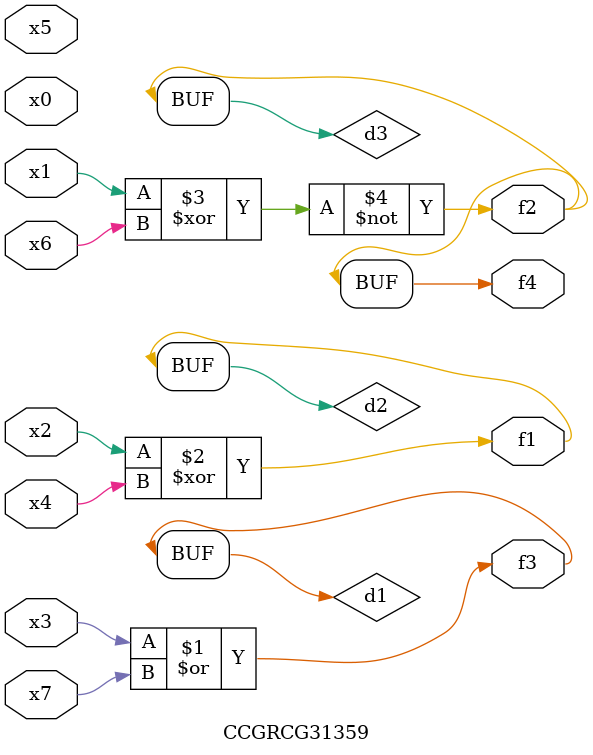
<source format=v>
module CCGRCG31359(
	input x0, x1, x2, x3, x4, x5, x6, x7,
	output f1, f2, f3, f4
);

	wire d1, d2, d3;

	or (d1, x3, x7);
	xor (d2, x2, x4);
	xnor (d3, x1, x6);
	assign f1 = d2;
	assign f2 = d3;
	assign f3 = d1;
	assign f4 = d3;
endmodule

</source>
